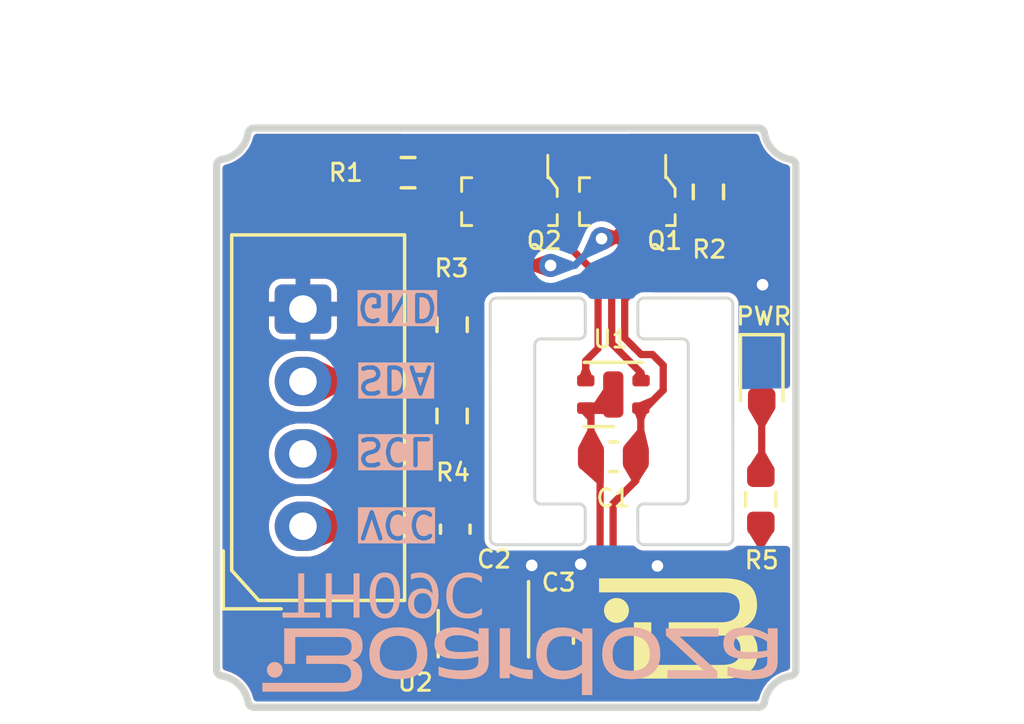
<source format=kicad_pcb>
(kicad_pcb (version 20240108) (generator "pcbnew") (generator_version "8.0")
  (layers (0 "F.Cu" signal) (31 "B.Cu" signal) (34 "B.Paste" user) (35 "F.Paste" user) (36 "B.SilkS" user "B.Silkscreen") (37 "F.SilkS" user "F.Silkscreen") (38 "B.Mask" user) (39 "F.Mask" user) (44 "Edge.Cuts" user))
  (net 0 "")
  (net 1 "+3V3")
  (net 2 "GND")
  (net 3 "VCC")
  (net 4 "SCL")
  (net 5 "Net-(Q1-S)")
  (net 6 "SDA")
  (net 7 "Net-(Q2-S)")
  (net 9 "Net-(D1-A)")
  (footprint "Package_TO_SOT_SMD:SOT-23-5" (layer "F.Cu") (at 132 101.02 -90)
    (property "Reference" "U2")
    (property "Value" "TLV73333PDBVR" (hide yes))
  )
  (footprint "TH09C:TH09C" (layer "F.Cu") (at 136.485 92.76 180)
    (property "Reference" "U1")
    (property "Value" "TH09C" (hide yes))
  )
  (footprint "Resistor_SMD:R_0603_1608Metric" (layer "F.Cu") (at 129.4 85.1)
    (property "Reference" "R1")
    (property "Value" "10K" (hide yes))
  )
  (footprint "LED_SMD:LED_0603_1608Metric" (layer "F.Cu") (at 141.61 92.18 -90)
    (property "Reference" "PWR")
    (property "Value" "LED POWER" (hide yes))
  )
  (footprint "Fiducial:Fiducial_0.5mm_Mask1mm" (layer "F.Cu") (at 141.83 85.41)
    (property "Reference" "REF**" (hide yes))
    (property "Value" "Fiducial_0.5mm_Mask1mm" (hide yes))
  )
  (footprint "Capacitor_SMD:C_0603_1608Metric" (layer "F.Cu") (at 131.03 97.41 90)
    (property "Reference" "C2")
    (property "Value" "1uF" (hide yes))
  )
  (footprint "digikey-footprints:SOT-23-3" (layer "F.Cu") (at 136.97 86.1 -90)
    (property "Reference" "Q1")
    (property "Value" "2N7002_R1_00001" (hide yes))
  )
  (footprint "Resistor_SMD:R_0603_1608Metric" (layer "F.Cu") (at 139.77 85.765 -90)
    (property "Reference" "R2")
    (property "Value" "10K" (hide yes))
  )
  (footprint "Resistor_SMD:R_0603_1608Metric" (layer "F.Cu") (at 130.92 90.35 90)
    (property "Reference" "R3")
    (property "Value" "10K" (hide yes))
  )
  (footprint "Resistor_SMD:R_0603_1608Metric" (layer "F.Cu") (at 130.92 93.5 90)
    (property "Reference" "R4")
    (property "Value" "10K" (hide yes))
  )
  (footprint "Capacitor_SMD:C_0603_1608Metric" (layer "F.Cu") (at 134.6 101.21 90)
    (property "Reference" "C3")
    (property "Value" "1uF" (hide yes))
  )
  (footprint "Fiducial:Fiducial_0.5mm_Mask1mm" (layer "F.Cu") (at 124.9 101.92)
    (property "Reference" "REF**" (hide yes))
    (property "Value" "Fiducial_0.5mm_Mask1mm" (hide yes))
  )
  (footprint "Resistor_SMD:R_0603_1608Metric" (layer "F.Cu") (at 141.58 96.38 90)
    (property "Reference" "R5")
    (property "Value" "10K" (hide yes))
  )
  (footprint "digikey-footprints:SOT-23-3" (layer "F.Cu") (at 132.9 86.1 -90)
    (property "Reference" "Q2")
    (property "Value" "2N7002_R1_00001" (hide yes))
  )
  (footprint "others:2317-04S_1x04_P2.50mm_Vertical" (layer "F.Cu") (at 125.77 97.31 90)
    (property "Reference" "J1" (hide yes))
    (property "Value" "MOLEX_CONNECTOR_1X4" (hide yes))
  )
  (footprint "Capacitor_SMD:C_0603_1608Metric" (layer "F.Cu") (at 136.49 94.91 180)
    (property "Reference" "C1")
    (property "Value" "100nF" (hide yes))
  )
  (gr_poly (pts (xy 129.124981 102.589287) (xy 129.184287 102.586612) (xy 129.241703 102.582166) (xy 129.297223 102.575957) (xy 129.350846 102.567995) (xy 129.402567 102.55829) (xy 129.452382 102.546852) (xy 129.500289 102.533688) (xy 129.546282 102.51881) (xy 129.59036 102.502226) (xy 129.632517 102.483946) (xy 129.672751 102.463979) (xy 129.711058 102.442335) (xy 129.747434 102.419024) (xy 129.781875 102.394054) (xy 129.814378 102.367435) (xy 129.84494 102.339177) (xy 129.873556 102.309288) (xy 129.900223 102.277779) (xy 129.924937 102.244659) (xy 129.947695 102.209938) (xy 129.968494 102.173624) (xy 129.987328 102.135727) (xy 130.004196 102.096258) (xy 130.019093 102.055224) (xy 130.032015 102.012636) (xy 130.042959 101.968503) (xy 130.051922 101.922834) (xy 130.058899 101.875639) (xy 130.063887 101.826928) (xy 130.066883 101.77671) (xy 130.067882 101.724993) (xy 130.066883 101.669964) (xy 130.063887 101.616504) (xy 130.058899 101.564625) (xy 130.051922 101.51434) (xy 130.042959 101.465659) (xy 130.032015 101.418594) (xy 130.019093 101.373157) (xy 130.004196 101.329359) (xy 129.987328 101.287212) (xy 129.968494 101.246728) (xy 129.947695 101.207919) (xy 129.924937 101.170795) (xy 129.900223 101.135369) (xy 129.873556 101.101652) (xy 129.84494 101.069656) (xy 129.814378 101.039392) (xy 129.781875 101.010873) (xy 129.747434 100.984109) (xy 129.711058 100.959112) (xy 129.672751 100.935895) (xy 129.632517 100.914468) (xy 129.59036 100.894843) (xy 129.546282 100.877032) (xy 129.500289 100.861046) (xy 129.452382 100.846898) (xy 129.402567 100.834598) (xy 129.350846 100.824159) (xy 129.297223 100.815592) (xy 129.241703 100.808908) (xy 129.184287 100.80412) (xy 129.063788 100.800275) (xy 129.002606 100.801249) (xy 128.943333 100.804163) (xy 128.885971 100.809003) (xy 128.830523 100.815755) (xy 128.776991 100.824404) (xy 128.725376 100.834938) (xy 128.675681 100.847343) (xy 128.627908 100.861604) (xy 128.582059 100.877709) (xy 128.538137 100.895642) (xy 128.496144 100.915391) (xy 128.456081 100.936941) (xy 128.417951 100.960278) (xy 128.381757 100.98539) (xy 128.3475 101.012262) (xy 128.315183 101.04088) (xy 128.284807 101.07123) (xy 128.256375 101.103299) (xy 128.22989 101.137073) (xy 128.205352 101.172538) (xy 128.182765 101.209681) (xy 128.162131 101.248486) (xy 128.143451 101.288941) (xy 128.126729 101.331032) (xy 128.111966 101.374746) (xy 128.099164 101.420067) (xy 128.088325 101.466982) (xy 128.079453 101.515479) (xy 128.072548 101.565542) (xy 128.067613 101.617158) (xy 128.064651 101.670313) (xy 128.063663 101.724993) (xy 128.42085 101.724993) (xy 128.421501 101.687567) (xy 128.423449 101.651195) (xy 128.426691 101.615888) (xy 128.431222 101.581653) (xy 128.437038 101.548499) (xy 128.444134 101.516436) (xy 128.452506 101.485471) (xy 128.46215 101.455614) (xy 128.473062 101.426873) (xy 128.485236 101.399257) (xy 128.498669 101.372775) (xy 128.513356 101.347435) (xy 128.529294 101.323246) (xy 128.546477 101.300216) (xy 128.564901 101.278356) (xy 128.584562 101.257673) (xy 128.605455 101.238175) (xy 128.627576 101.219873) (xy 128.650922 101.202773) (xy 128.675486 101.186886) (xy 128.701266 101.17222) (xy 128.728256 101.158783) (xy 128.756453 101.146585) (xy 128.785852 101.135634) (xy 128.816448 101.125938) (xy 128.848237 101.117507) (xy 128.881216 101.110349) (xy 128.915379 101.104473) (xy 128.950722 101.099887) (xy 128.98724 101.096601) (xy 129.024931 101.094623) (xy 129.063788 101.093962) (xy 129.102645 101.094668) (xy 129.140336 101.096776) (xy 129.176855 101.100267) (xy 129.212198 101.105124) (xy 129.246361 101.11133) (xy 129.279339 101.118867) (xy 129.311129 101.127718) (xy 129.341725 101.137866) (xy 129.371124 101.149293) (xy 129.39932 101.161981) (xy 129.426311 101.175913) (xy 129.452091 101.191072) (xy 129.476655 101.20744) (xy 129.5 101.225) (xy 129.522122 101.243734) (xy 129.543015 101.263625) (xy 129.562676 101.284656) (xy 129.5811 101.306809) (xy 129.598283 101.330066) (xy 129.61422 101.354411) (xy 129.628908 101.379825) (xy 129.642341 101.406291) (xy 129.654515 101.433792) (xy 129.665427 101.462311) (xy 129.675071 101.49183) (xy 129.683443 101.522331) (xy 129.690539 101.553797) (xy 129.696355 101.586211) (xy 129.700886 101.619555) (xy 129.704128 101.653811) (xy 129.706076 101.688963) (xy 129.706726 101.724993) (xy 129.706098 101.760852) (xy 129.704215 101.795506) (xy 129.701076 101.82896) (xy 129.69668 101.861218) (xy 129.69103 101.892283) (xy 129.684123 101.922161) (xy 129.675961 101.950857) (xy 129.666543 101.978373) (xy 129.655869 102.004715) (xy 129.643939 102.029887) (xy 129.630754 102.053894) (xy 129.616313 102.076739) (xy 129.600616 102.098427) (xy 129.583664 102.118963) (xy 129.565455 102.138351) (xy 129.545991 102.156595) (xy 129.525272 102.173699) (xy 129.503296 102.189668) (xy 129.480065 102.204507) (xy 129.455578 102.218219) (xy 129.429836 102.230809) (xy 129.402837 102.242281) (xy 129.374583 102.25264) (xy 129.345073 102.26189) (xy 129.314308 102.270036) (xy 129.282286 102.277081) (xy 129.214476 102.287889) (xy 129.141644 102.294347) (xy 129.063788 102.296493) (xy 128.985932 102.294522) (xy 128.9131 102.28854) (xy 128.878567 102.284012) (xy 128.84529 102.278441) (xy 128.813268 102.271816) (xy 128.782503 102.264123) (xy 128.752993 102.255348) (xy 128.724739 102.245478) (xy 128.697741 102.234502) (xy 128.671998 102.222404) (xy 128.647511 102.209173) (xy 128.62428 102.194795) (xy 128.602304 102.179258) (xy 128.581585 102.162547) (xy 128.562121 102.144651) (xy 128.543913 102.125556) (xy 128.52696 102.105248) (xy 128.511263 102.083715) (xy 128.496822 102.060944) (xy 128.483637 102.036922) (xy 128.471708 102.011635) (xy 128.461034 101.98507) (xy 128.451616 101.957215) (xy 128.443454 101.928056) (xy 128.436547 101.897581) (xy 128.430896 101.865775) (xy 128.426501 101.832627) (xy 128.423362 101.798122) (xy 128.421478 101.762249) (xy 128.42085 101.724993) (xy 128.063663 101.724993) (xy 128.064662 101.77636) (xy 128.067657 101.826274) (xy 128.072643 101.874722) (xy 128.079616 101.921694) (xy 128.088571 101.967178) (xy 128.099504 102.011162) (xy 128.112411 102.053634) (xy 128.127287 102.094583) (xy 128.144128 102.133997) (xy 128.16293 102.171865) (xy 128.183689 102.208175) (xy 128.206399 102.242915) (xy 128.231056 102.276074) (xy 128.257657 102.307639) (xy 128.286197 102.337601) (xy 128.316671 102.365946) (xy 128.349075 102.392663) (xy 128.383405 102.417741) (xy 128.419657 102.441168) (xy 128.457825 102.462932) (xy 128.497906 102.483022) (xy 128.539896 102.501426) (xy 128.583789 102.518132) (xy 128.629582 102.533129) (xy 128.67727 102.546406) (xy 128.726849 102.55795) (xy 128.778315 102.567749) (xy 128.831663 102.575794) (xy 128.943987 102.586568) (xy 129.063788 102.59018) (xy 129.063788 102.590181)) (fill solid) (layer "B.SilkS"))
  (gr_poly (pts (xy 135.763038 100.835993) (xy 135.421726 100.835993) (xy 135.421726 101.038399) (xy 135.39095 101.014187) (xy 135.358203 100.990735) (xy 135.323561 100.968156) (xy 135.287099 100.94656) (xy 135.248893 100.926056) (xy 135.209018 100.906756) (xy 135.167551 100.88877) (xy 135.124566 100.872208) (xy 135.080139 100.857181) (xy 135.034347 100.843799) (xy 134.987263 100.832173) (xy 134.938965 100.822413) (xy 134.889527 100.814629) (xy 134.839025 100.808933) (xy 134.787535 100.805434) (xy 134.735132 100.804243) (xy 134.680137 100.805173) (xy 134.626776 100.807957) (xy 134.575058 100.812592) (xy 134.52499 100.819072) (xy 134.476578 100.827392) (xy 134.429831 100.837546) (xy 134.384755 100.849531) (xy 134.341358 100.86334) (xy 134.299646 100.878969) (xy 134.259628 100.896413) (xy 134.22131 100.915666) (xy 134.184701 100.936723) (xy 134.149806 100.95958) (xy 134.116633 100.984231) (xy 134.08519 101.010671) (xy 134.055484 101.038895) (xy 134.027522 101.068898) (xy 134.001311 101.100675) (xy 133.976859 101.134221) (xy 133.954172 101.169531) (xy 133.933259 101.206599) (xy 133.914126 101.24542) (xy 133.896781 101.28599) (xy 133.881231 101.328304) (xy 133.867483 101.372355) (xy 133.855545 101.41814) (xy 133.845423 101.465653) (xy 133.837125 101.514889) (xy 133.830659 101.565843) (xy 133.826031 101.61851) (xy 133.823249 101.672884) (xy 133.822517 101.717055) (xy 134.187444 101.717055) (xy 134.189688 101.64736) (xy 134.196466 101.581234) (xy 134.201578 101.54955) (xy 134.207849 101.518806) (xy 134.215289 101.489018) (xy 134.223907 101.460203) (xy 134.23371 101.432376) (xy 134.244708 101.405553) (xy 134.256909 101.379751) (xy 134.270322 101.354985) (xy 134.284957 101.331271) (xy 134.300821 101.308625) (xy 134.317923 101.287064) (xy 134.336272 101.266603) (xy 134.355877 101.247258) (xy 134.376746 101.229045) (xy 134.398889 101.21198) (xy 134.422313 101.19608) (xy 134.447028 101.18136) (xy 134.473043 101.167836) (xy 134.500365 101.155524) (xy 134.529004 101.14444) (xy 134.558969 101.1346) (xy 134.590268 101.12602) (xy 134.62291 101.118717) (xy 134.656904 101.112705) (xy 134.692258 101.108002) (xy 134.728981 101.104622) (xy 134.767082 101.102583) (xy 134.806569 101.1019) (xy 134.849619 101.102911) (xy 134.892378 101.105899) (xy 134.934742 101.110795) (xy 134.976606 101.117527) (xy 135.017865 101.126026) (xy 135.058415 101.136223) (xy 135.098151 101.148048) (xy 135.136968 101.161431) (xy 135.174763 101.176302) (xy 135.211429 101.192592) (xy 135.246863 101.21023) (xy 135.280959 101.229148) (xy 135.313614 101.249274) (xy 135.344723 101.27054) (xy 135.37418 101.292876) (xy 135.401882 101.316212) (xy 135.40585 101.316212) (xy 135.40585 102.074243) (xy 135.374091 102.100284) (xy 135.341343 102.124813) (xy 135.307641 102.147808) (xy 135.273022 102.169244) (xy 135.237518 102.1891) (xy 135.201166 102.20735) (xy 135.163999 102.223973) (xy 135.126054 102.238945) (xy 135.087365 102.252243) (xy 135.047966 102.263843) (xy 135.007893 102.273722) (xy 134.967181 102.281857) (xy 134.925863 102.288225) (xy 134.883976 102.292802) (xy 134.841555 102.295566) (xy 134.798633 102.296492) (xy 134.729636 102.294519) (xy 134.664121 102.288523) (xy 134.632711 102.283981) (xy 134.602222 102.278388) (xy 134.572671 102.271732) (xy 134.544074 102.263998) (xy 134.516447 102.255171) (xy 134.489808 102.245236) (xy 134.464174 102.234179) (xy 134.43956 102.221985) (xy 134.415985 102.208641) (xy 134.393463 102.19413) (xy 134.372013 102.17844) (xy 134.351651 102.161555) (xy 134.332393 102.143461) (xy 134.314257 102.124142) (xy 134.297258 102.103586) (xy 134.281415 102.081777) (xy 134.266743 102.0587) (xy 134.253259 102.034342) (xy 134.240979 102.008687) (xy 134.229922 101.981721) (xy 134.220103 101.95343) (xy 134.211538 101.923798) (xy 134.204246 101.892812) (xy 134.198242 101.860457) (xy 134.193543 101.826719) (xy 134.190166 101.791582) (xy 134.188127 101.755032) (xy 134.187444 101.717055) (xy 133.822517 101.717055) (xy 133.82232 101.728962) (xy 133.823362 101.784868) (xy 133.826467 101.838745) (xy 133.831607 101.890608) (xy 133.838753 101.940476) (xy 133.847876 101.988364) (xy 133.858946 102.034289) (xy 133.871934 102.078268) (xy 133.886812 102.120318) (xy 133.90355 102.160455) (xy 133.92212 102.198696) (xy 133.942492 102.235057) (xy 133.964636 102.269557) (xy 133.988525 102.30221) (xy 134.014129 102.333034) (xy 134.041419 102.362046) (xy 134.070366 102.389263) (xy 134.100941 102.4147) (xy 134.133114 102.438375) (xy 134.166857 102.460304) (xy 134.202141 102.480505) (xy 134.238936 102.498994) (xy 134.277214 102.515787) (xy 134.316945 102.530901) (xy 134.3581 102.544354) (xy 134.400651 102.556161) (xy 134.444568 102.56634) (xy 134.536384 102.581879) (xy 134.633317 102.591104) (xy 134.735132 102.594149) (xy 134.787269 102.593003) (xy 134.83801 102.58963) (xy 134.887355 102.584129) (xy 134.935306 102.5766) (xy 134.981861 102.56714) (xy 135.027021 102.555849) (xy 135.070786 102.542826) (xy 135.113155 102.528169) (xy 135.15413 102.511977) (xy 135.193709 102.494349) (xy 135.231892 102.475384) (xy 135.268681 102.455181) (xy 135.304074 102.433838) (xy 135.338072 102.411455) (xy 135.370675 102.388129) (xy 135.401882 102.363961) (xy 135.401882 103.137868) (xy 135.763038 103.137868)) (fill solid) (layer "B.SilkS"))
  (gr_poly (pts (xy 124.782846 102.535891) (xy 124.76914 102.534849) (xy 124.755634 102.533132) (xy 124.742344 102.530759) (xy 124.729288 102.527746) (xy 124.716481 102.524109) (xy 124.703941 102.519866) (xy 124.691686 102.515034) (xy 124.679731 102.509629) (xy 124.668095 102.503669) (xy 124.656793 102.497171) (xy 124.645844 102.490151) (xy 124.635263 102.482627) (xy 124.625068 102.474616) (xy 124.615275 102.466133) (xy 124.605903 102.457197) (xy 124.596967 102.447825) (xy 124.588485 102.438032) (xy 124.580473 102.427837) (xy 124.572949 102.417256) (xy 124.565929 102.406307) (xy 124.559431 102.395005) (xy 124.553471 102.383369) (xy 124.548066 102.371414) (xy 124.543234 102.359159) (xy 124.538991 102.346619) (xy 124.535355 102.333813) (xy 124.532341 102.320756) (xy 124.529968 102.307466) (xy 124.528252 102.29396) (xy 124.527209 102.280254) (xy 124.526858 102.266367) (xy 124.527209 102.252479) (xy 124.528252 102.238774) (xy 124.529968 102.225268) (xy 124.532341 102.211978) (xy 124.535355 102.198921) (xy 124.538991 102.186114) (xy 124.543234 102.173575) (xy 124.548066 102.16132) (xy 124.553471 102.149365) (xy 124.559431 102.137729) (xy 124.565929 102.126427) (xy 124.572949 102.115477) (xy 124.580473 102.104897) (xy 124.588485 102.094702) (xy 124.596967 102.084909) (xy 124.605903 102.075537) (xy 124.615275 102.066601) (xy 124.625068 102.058118) (xy 124.635263 102.050107) (xy 124.645844 102.042583) (xy 124.656793 102.035563) (xy 124.668095 102.029065) (xy 124.679731 102.023105) (xy 124.691686 102.0177) (xy 124.703941 102.012868) (xy 124.716481 102.008625) (xy 124.729288 102.004989) (xy 124.742344 102.001975) (xy 124.755634 101.999602) (xy 124.76914 101.997885) (xy 124.782846 101.996843) (xy 124.796734 101.996492) (xy 124.810621 101.996843) (xy 124.824327 101.997885) (xy 124.837833 101.999602) (xy 124.851123 102.001975) (xy 124.86418 102.004989) (xy 124.876986 102.008625) (xy 124.889526 102.012868) (xy 124.901781 102.0177) (xy 124.913736 102.023105) (xy 124.925372 102.029065) (xy 124.936674 102.035563) (xy 124.947623 102.042583) (xy 124.958204 102.050107) (xy 124.968399 102.058118) (xy 124.978191 102.066601) (xy 124.987564 102.075537) (xy 124.9965 102.084909) (xy 125.004982 102.094702) (xy 125.012994 102.104897) (xy 125.020518 102.115477) (xy 125.027538 102.126427) (xy 125.034036 102.137729) (xy 125.039996 102.149365) (xy 125.0454 102.16132) (xy 125.050233 102.173575) (xy 125.054476 102.186114) (xy 125.058112 102.198921) (xy 125.061126 102.211978) (xy 125.063499 102.225268) (xy 125.065215 102.238774) (xy 125.066257 102.252479) (xy 125.066609 102.266367) (xy 125.066257 102.280254) (xy 125.065215 102.29396) (xy 125.063499 102.307466) (xy 125.061126 102.320756) (xy 125.058112 102.333813) (xy 125.054476 102.346619) (xy 125.050233 102.359159) (xy 125.0454 102.371414) (xy 125.039996 102.383369) (xy 125.034036 102.395005) (xy 125.027538 102.406307) (xy 125.020518 102.417256) (xy 125.012994 102.427837) (xy 125.004982 102.438032) (xy 124.9965 102.447825) (xy 124.987564 102.457197) (xy 124.978191 102.466133) (xy 124.968399 102.474616) (xy 124.958204 102.482627) (xy 124.947623 102.490151) (xy 124.936674 102.497171) (xy 124.925372 102.503669) (xy 124.913736 102.509629) (xy 124.901781 102.515034) (xy 124.889526 102.519866) (xy 124.876986 102.524109) (xy 124.86418 102.527746) (xy 124.851123 102.530759) (xy 124.837833 102.533132) (xy 124.824327 102.534849) (xy 124.810621 102.535891) (xy 124.796734 102.536242)) (fill solid) (layer "B.SilkS"))
  (gr_poly (pts (xy 140.077068 102.312368) (xy 138.779287 101.117774) (xy 140.120725 101.121744) (xy 140.120725 100.835993) (xy 138.303037 100.835993) (xy 138.303037 101.082056) (xy 139.59685 102.280618) (xy 138.354631 102.276649) (xy 138.354631 102.55843) (xy 140.077068 102.55843)) (fill solid) (layer "B.SilkS"))
  (gr_poly (pts (xy 141.24785 102.590179) (xy 141.364709 102.587893) (xy 141.419842 102.585028) (xy 141.472806 102.581009) (xy 141.523621 102.575829) (xy 141.57231 102.569485) (xy 141.618893 102.561971) (xy 141.663391 102.553282) (xy 141.705825 102.543412) (xy 141.746216 102.532358) (xy 141.784586 102.520113) (xy 141.820955 102.506672) (xy 141.855344 102.492031) (xy 141.887775 102.476185) (xy 141.918269 102.459127) (xy 141.946846 102.440854) (xy 141.973528 102.42136) (xy 141.998336 102.400641) (xy 142.021291 102.37869) (xy 142.042414 102.355503) (xy 142.061726 102.331075) (xy 142.079248 102.3054) (xy 142.095001 102.278474) (xy 142.109007 102.250292) (xy 142.121286 102.220848) (xy 142.131859 102.190138) (xy 142.140748 102.158156) (xy 142.147974 102.124896) (xy 142.153557 102.090356) (xy 142.157519 102.054528) (xy 142.15988 102.017408) (xy 142.160663 101.978991) (xy 142.160663 100.832022) (xy 141.81935 100.832022) (xy 141.81935 101.046336) (xy 141.7861 101.024606) (xy 141.749059 101.002718) (xy 141.70853 100.980889) (xy 141.664816 100.959334) (xy 141.618218 100.938266) (xy 141.569039 100.917902) (xy 141.517581 100.898457) (xy 141.464146 100.880145) (xy 141.409037 100.863182) (xy 141.352556 100.847782) (xy 141.295005 100.834162) (xy 141.236687 100.822536) (xy 141.177904 100.813119) (xy 141.118958 100.806126) (xy 141.060151 100.801772) (xy 141.001787 100.800274) (xy 140.936863 100.801718) (xy 140.871958 100.80625) (xy 140.807645 100.814165) (xy 140.7445 100.82576) (xy 140.713546 100.83303) (xy 140.6831 100.841332) (xy 140.653234 100.850702) (xy 140.624019 100.861177) (xy 140.595529 100.872794) (xy 140.567834 100.885591) (xy 140.541007 100.899604) (xy 140.515119 100.914871) (xy 140.490243 100.931428) (xy 140.466451 100.949314) (xy 140.443814 100.968563) (xy 140.422404 100.989215) (xy 140.402294 101.011306) (xy 140.383555 101.034872) (xy 140.366259 101.059952) (xy 140.350478 101.086582) (xy 140.336285 101.114798) (xy 140.32375 101.144639) (xy 140.312947 101.176141) (xy 140.303946 101.209342) (xy 140.29682 101.244278) (xy 140.291642 101.280986) (xy 140.288482 101.319504) (xy 140.287517 101.355898) (xy 140.652537 101.355898) (xy 140.65299 101.338679) (xy 140.654347 101.321995) (xy 140.656605 101.305847) (xy 140.659762 101.290236) (xy 140.663813 101.275163) (xy 140.668757 101.260629) (xy 140.674591 101.246633) (xy 140.681311 101.233178) (xy 140.688915 101.220263) (xy 140.697399 101.20789) (xy 140.706761 101.196058) (xy 140.716999 101.18477) (xy 140.728108 101.174025) (xy 140.740086 101.163825) (xy 140.752931 101.154169) (xy 140.766639 101.145059) (xy 140.796633 101.12848) (xy 140.830046 101.114092) (xy 140.866854 101.101902) (xy 140.907034 101.091915) (xy 140.950562 101.084138) (xy 140.997416 101.078575) (xy 141.047572 101.075233) (xy 141.101007 101.074118) (xy 141.146959 101.07513) (xy 141.193846 101.078125) (xy 141.241397 101.083039) (xy 141.289337 101.089807) (xy 141.337393 101.098365) (xy 141.385292 101.108651) (xy 141.432761 101.120599) (xy 141.479527 101.134145) (xy 141.525315 101.149227) (xy 141.569854 101.165779) (xy 141.61287 101.183738) (xy 141.65409 101.20304) (xy 141.69324 101.223622) (xy 141.730047 101.245418) (xy 141.764237 101.268365) (xy 141.795539 101.2924) (xy 141.795539 101.597993) (xy 141.733302 101.608356) (xy 141.665996 101.618395) (xy 141.594132 101.627782) (xy 141.518221 101.636192) (xy 141.438777 101.6433) (xy 141.356309 101.64878) (xy 141.271329 101.652307) (xy 141.18435 101.653555) (xy 141.117553 101.652741) (xy 141.055529 101.650206) (xy 140.998213 101.645811) (xy 140.971302 101.642873) (xy 140.945543 101.639416) (xy 140.92093 101.635425) (xy 140.897454 101.630882) (xy 140.875107 101.625769) (xy 140.853882 101.620069) (xy 140.83377 101.613764) (xy 140.814763 101.606837) (xy 140.796854 101.599271) (xy 140.780034 101.591047) (xy 140.764295 101.582149) (xy 140.74963 101.57256) (xy 140.736029 101.562261) (xy 140.723487 101.551236) (xy 140.711993 101.539466) (xy 140.701541 101.526935) (xy 140.692123 101.513625) (xy 140.683729 101.499518) (xy 140.676353 101.484597) (xy 140.669987 101.468845) (xy 140.664622 101.452244) (xy 140.66025 101.434778) (xy 140.656864 101.416427) (xy 140.654455 101.397175) (xy 140.653015 101.377005) (xy 140.652537 101.355898) (xy 140.287517 101.355898) (xy 140.287412 101.359868) (xy 140.288497 101.400153) (xy 140.291719 101.438438) (xy 140.29703 101.474771) (xy 140.30438 101.5092) (xy 140.313722 101.541771) (xy 140.325006 101.572532) (xy 140.338184 101.60153) (xy 140.353207 101.628813) (xy 140.370026 101.654427) (xy 140.388593 101.678419) (xy 140.408859 101.700838) (xy 140.430776 101.72173) (xy 140.454294 101.741142) (xy 140.479365 101.759122) (xy 140.50594 101.775716) (xy 140.533971 101.790973) (xy 140.594205 101.817662) (xy 140.659677 101.839567) (xy 140.729997 101.857065) (xy 140.804776 101.870534) (xy 140.883625 101.880352) (xy 140.966154 101.886897) (xy 141.051973 101.890547) (xy 141.140694 101.89168) (xy 141.233796 101.890052) (xy 141.325178 101.885355) (xy 141.414235 101.877867) (xy 141.500361 101.867868) (xy 141.582953 101.855636) (xy 141.661406 101.841451) (xy 141.735114 101.825592) (xy 141.803474 101.808337) (xy 141.803474 101.963118) (xy 141.801625 102.004052) (xy 141.79594 102.042051) (xy 141.786208 102.077154) (xy 141.779759 102.093633) (xy 141.77222 102.109403) (xy 141.763565 102.12447) (xy 141.753768 102.138839) (xy 141.742802 102.152514) (xy 141.730642 102.165501) (xy 141.71726 102.177805) (xy 141.702632 102.189431) (xy 141.68673 102.200384) (xy 141.669529 102.210669) (xy 141.631125 102.229256) (xy 141.587209 102.245233) (xy 141.537573 102.25864) (xy 141.482006 102.269518) (xy 141.420301 102.277908) (xy 141.352247 102.28385) (xy 141.277635 102.287386) (xy 141.196256 102.288555) (xy 141.144183 102.287868) (xy 141.092208 102.285842) (xy 141.040431 102.282538) (xy 140.988951 102.278013) (xy 140.937866 102.272326) (xy 140.887275 102.265534) (xy 140.837277 102.257695) (xy 140.787971 102.248868) (xy 140.739456 102.239111) (xy 140.69183 102.228481) (xy 140.645192 102.217038) (xy 140.599641 102.204839) (xy 140.555277 102.191943) (xy 140.512197 102.178407) (xy 140.470501 102.164289) (xy 140.430287 102.149649) (xy 140.430287 102.459212) (xy 140.466066 102.473109) (xy 140.50481 102.486489) (xy 140.546321 102.499299) (xy 140.590402 102.511488) (xy 140.685482 102.533788) (xy 140.788468 102.552973) (xy 140.897779 102.568623) (xy 141.011834 102.58032) (xy 141.129052 102.587646) (xy 141.24785 102.59018)) (fill solid) (layer "B.SilkS"))
  (gr_poly (pts (xy 127.166796 103.020975) (xy 127.245798 103.015442) (xy 127.320254 103.005979) (xy 127.390029 102.992389) (xy 127.454991 102.974474) (xy 127.485626 102.963832) (xy 127.515006 102.952035) (xy 127.543116 102.939058) (xy 127.56994 102.924876) (xy 127.595459 102.909464) (xy 127.619659 102.892798) (xy 127.642521 102.874853) (xy 127.664029 102.855605) (xy 127.684167 102.835028) (xy 127.702917 102.813098) (xy 127.720263 102.78979) (xy 127.736189 102.76508) (xy 127.750678 102.738942) (xy 127.763712 102.711352) (xy 127.775275 102.682286) (xy 127.785351 102.651718) (xy 127.793922 102.619625) (xy 127.800973 102.58598) (xy 127.806486 102.55076) (xy 127.810444 102.51394) (xy 127.812832 102.475495) (xy 127.813631 102.4354) (xy 127.81317 102.409005) (xy 127.811802 102.383392) (xy 127.80955 102.358552) (xy 127.806438 102.334476) (xy 127.802488 102.311157) (xy 127.797725 102.288584) (xy 127.792171 102.266749) (xy 127.78585 102.245645) (xy 127.778784 102.225261) (xy 127.770998 102.205589) (xy 127.762514 102.186621) (xy 127.753356 102.168347) (xy 127.743546 102.150759) (xy 127.733109 102.133849) (xy 127.710444 102.102025) (xy 127.685546 102.072806) (xy 127.658602 102.046122) (xy 127.629798 102.021902) (xy 127.599319 102.000078) (xy 127.567352 101.980579) (xy 127.534083 101.963336) (xy 127.499697 101.948278) (xy 127.464382 101.935337) (xy 127.483586 101.930884) (xy 127.502492 101.925708) (xy 127.521077 101.919808) (xy 127.539323 101.913183) (xy 127.557208 101.905832) (xy 127.574712 101.897752) (xy 127.591815 101.888943) (xy 127.608497 101.879403) (xy 127.624736 101.86913) (xy 127.640514 101.858123) (xy 127.655809 101.846381) (xy 127.670601 101.833901) (xy 127.68487 101.820684) (xy 127.698596 101.806727) (xy 127.711757 101.792028) (xy 127.724334 101.776587) (xy 127.736307 101.760402) (xy 127.747655 101.743471) (xy 127.758357 101.725793) (xy 127.768394 101.707366) (xy 127.777744 101.68819) (xy 127.786389 101.668262) (xy 127.794306 101.647582) (xy 127.801477 101.626147) (xy 127.80788 101.603956) (xy 127.813496 101.581008) (xy 127.818303 101.557301) (xy 127.822282 101.532834) (xy 127.825412 101.507606) (xy 127.827673 101.481615) (xy 127.829045 101.454859) (xy 127.829506 101.427337) (xy 127.82874 101.388977) (xy 127.826444 101.352022) (xy 127.822626 101.316462) (xy 127.81729 101.282283) (xy 127.810442 101.249474) (xy 127.802089 101.218021) (xy 127.792236 101.187912) (xy 127.780889 101.159136) (xy 127.768054 101.131679) (xy 127.753736 101.10553) (xy 127.737941 101.080675) (xy 127.720676 101.057103) (xy 127.701945 101.034802) (xy 127.681756 101.013758) (xy 127.660113 100.99396) (xy 127.637022 100.975395) (xy 127.612489 100.958051) (xy 127.586521 100.941916) (xy 127.559123 100.926976) (xy 127.5303 100.913221) (xy 127.500058 100.900637) (xy 127.468404 100.889212) (xy 127.435343 100.878934) (xy 127.400881 100.86979) (xy 127.365024 100.861768) (xy 127.327777 100.854856) (xy 127.289147 100.849041) (xy 127.249139 100.844311) (xy 127.165012 100.838056) (xy 127.075444 100.835993) (xy 125.12282 100.835993) (xy 125.12282 102.062337) (xy 125.50382 102.062337) (xy 125.50382 101.13365) (xy 127.055601 101.13365) (xy 127.101871 101.13482) (xy 127.145409 101.138363) (xy 127.18618 101.144324) (xy 127.224148 101.15275) (xy 127.242071 101.157901) (xy 127.25928 101.163687) (xy 127.275771 101.170112) (xy 127.29154 101.177182) (xy 127.306582 101.184904) (xy 127.320893 101.193282) (xy 127.334468 101.202323) (xy 127.347304 101.212033) (xy 127.359395 101.222417) (xy 127.370738 101.233481) (xy 127.381328 101.245231) (xy 127.391161 101.257674) (xy 127.400233 101.270813) (xy 127.408538 101.284656) (xy 127.416073 101.299209) (xy 127.422834 101.314476) (xy 127.428815 101.330465) (xy 127.434013 101.34718) (xy 127.438424 101.364627) (xy 127.442042 101.382813) (xy 127.444864 101.401743) (xy 127.446885 101.421423) (xy 127.4481 101.441859) (xy 127.448507 101.463057) (xy 127.448158 101.484197) (xy 127.447112 101.504467) (xy 127.445371 101.523879) (xy 127.442933 101.542447) (xy 127.439801 101.560183) (xy 127.435975 101.577102) (xy 127.431456 101.593215) (xy 127.426244 101.608536) (xy 127.420341 101.623078) (xy 127.413746 101.636854) (xy 127.406461 101.649877) (xy 127.398486 101.66216) (xy 127.389823 101.673717) (xy 127.380471 101.68456) (xy 127.370432 101.694703) (xy 127.359706 101.704158) (xy 127.348294 101.712939) (xy 127.336197 101.721058) (xy 127.323415 101.728529) (xy 127.309949 101.735365) (xy 127.2958 101.74158) (xy 127.280969 101.747185) (xy 127.265457 101.752194) (xy 127.249263 101.75662) (xy 127.232389 101.760477) (xy 127.214836 101.763777) (xy 127.177694 101.768759) (xy 127.137843 101.771672) (xy 127.095288 101.772619) (xy 125.884819 101.772619) (xy 125.884819 102.062337) (xy 127.02385 102.062337) (xy 127.068991 102.063513) (xy 127.112062 102.067089) (xy 127.152947 102.073142) (xy 127.19153 102.081747) (xy 127.209922 102.08703) (xy 127.227694 102.09298) (xy 127.244833 102.099605) (xy 127.261324 102.106916) (xy 127.277152 102.114921) (xy 127.292303 102.123631) (xy 127.306762 102.133054) (xy 127.320514 102.143201) (xy 127.333546 102.154079) (xy 127.345842 102.1657) (xy 127.357389 102.178072) (xy 127.36817 102.191205) (xy 127.378173 102.205109) (xy 127.387382 102.219792) (xy 127.395783 102.235264) (xy 127.403362 102.251535) (xy 127.410103 102.268614) (xy 127.415993 102.286511) (xy 127.421016 102.305234) (xy 127.425159 102.324794) (xy 127.428406 102.3452) (xy 127.430744 102.366461) (xy 127.432157 102.388587) (xy 127.432632 102.411587) (xy 127.432249 102.43132) (xy 127.431104 102.450337) (xy 127.429201 102.468645) (xy 127.426547 102.48625) (xy 127.423145 102.503156) (xy 127.419002 102.519372) (xy 127.414121 102.534901) (xy 127.408509 102.54975) (xy 127.40217 102.563924) (xy 127.39511 102.57743) (xy 127.387333 102.590273) (xy 127.378844 102.60246) (xy 127.369649 102.613995) (xy 127.359753 102.624885) (xy 127.349161 102.635135) (xy 127.337878 102.644751) (xy 127.325908 102.65374) (xy 127.313258 102.662107) (xy 127.299932 102.669857) (xy 127.285935 102.676998) (xy 127.271273 102.683533) (xy 127.255949 102.68947) (xy 127.239971 102.694813) (xy 127.223342 102.69957) (xy 127.206068 102.703745) (xy 127.188153 102.707344) (xy 127.169604 102.710374) (xy 127.150424 102.71284) (xy 127.110195 102.716104) (xy 127.067506 102.717181) (xy 124.368757 102.717181) (xy 124.368757 103.022775) (xy 127.083381 103.022775)) (fill solid) (layer "B.SilkS"))
  (gr_poly (pts (xy 133.703256 102.268711) (xy 133.633608 102.267754) (xy 133.567443 102.26496) (xy 133.504614 102.260444) (xy 133.444978 102.254325) (xy 133.388387 102.246717) (xy 133.334698 102.237737) (xy 133.283764 102.227501) (xy 133.23544 102.216126) (xy 133.189582 102.203727) (xy 133.146043 102.190422) (xy 133.104678 102.176326) (xy 133.065342 102.161555) (xy 133.02789 102.146227) (xy 132.992176 102.130457) (xy 132.958055 102.114361) (xy 132.925381 102.098056) (xy 132.925381 100.832024) (xy 132.564225 100.832024) (xy 132.564225 102.55843) (xy 132.905538 102.55843) (xy 132.909506 102.554462) (xy 132.909506 102.379836) (xy 132.9465 102.401775) (xy 132.984634 102.422888) (xy 133.024023 102.443094) (xy 133.064784 102.462312) (xy 133.107033 102.48046) (xy 133.150887 102.497457) (xy 133.196462 102.513222) (xy 133.243873 102.527672) (xy 133.293239 102.540728) (xy 133.344673 102.552307) (xy 133.398294 102.562327) (xy 133.454217 102.570708) (xy 133.512558 102.577369) (xy 133.573434 102.582227) (xy 133.636961 102.585202) (xy 133.703256 102.586211)) (fill solid) (layer "B.SilkS"))
  (gr_poly (pts (xy 137.165667 102.589287) (xy 137.224974 102.586612) (xy 137.282389 102.582166) (xy 137.33791 102.575957) (xy 137.391532 102.567995) (xy 137.443253 102.55829) (xy 137.493068 102.546852) (xy 137.540975 102.533688) (xy 137.586968 102.51881) (xy 137.631046 102.502226) (xy 137.673203 102.483946) (xy 137.713437 102.463979) (xy 137.751744 102.442335) (xy 137.788119 102.419024) (xy 137.822561 102.394054) (xy 137.855064 102.367435) (xy 137.885625 102.339177) (xy 137.914241 102.309288) (xy 137.940908 102.277779) (xy 137.965623 102.244659) (xy 137.988381 102.209938) (xy 138.009179 102.173624) (xy 138.028014 102.135727) (xy 138.044881 102.096258) (xy 138.059778 102.055224) (xy 138.0727 102.012636) (xy 138.083645 101.968503) (xy 138.092607 101.922834) (xy 138.099584 101.875639) (xy 138.104572 101.826928) (xy 138.107568 101.77671) (xy 138.108567 101.724993) (xy 138.107568 101.669964) (xy 138.104572 101.616504) (xy 138.099584 101.564625) (xy 138.092607 101.51434) (xy 138.083645 101.465659) (xy 138.0727 101.418594) (xy 138.059778 101.373157) (xy 138.044882 101.329359) (xy 138.028014 101.287212) (xy 138.009179 101.246728) (xy 137.988381 101.207919) (xy 137.965623 101.170795) (xy 137.940909 101.135369) (xy 137.914242 101.101652) (xy 137.885626 101.069656) (xy 137.855064 101.039392) (xy 137.822561 101.010873) (xy 137.78812 100.984109) (xy 137.751744 100.959112) (xy 137.713438 100.935895) (xy 137.673204 100.914468) (xy 137.631046 100.894843) (xy 137.586969 100.877032) (xy 137.540975 100.861046) (xy 137.493069 100.846898) (xy 137.443253 100.834598) (xy 137.391533 100.824159) (xy 137.33791 100.815592) (xy 137.282389 100.808908) (xy 137.224974 100.80412) (xy 137.104474 100.800275) (xy 137.043292 100.801249) (xy 136.984019 100.804163) (xy 136.926657 100.809003) (xy 136.871209 100.815755) (xy 136.817676 100.824404) (xy 136.766061 100.834938) (xy 136.716366 100.847343) (xy 136.668594 100.861604) (xy 136.622745 100.877709) (xy 136.578823 100.895642) (xy 136.536829 100.915391) (xy 136.496767 100.936941) (xy 136.458637 100.960278) (xy 136.422443 100.98539) (xy 136.388186 101.012262) (xy 136.355868 101.04088) (xy 136.325493 101.07123) (xy 136.297061 101.103299) (xy 136.270575 101.137073) (xy 136.246038 101.172538) (xy 136.223451 101.209681) (xy 136.202817 101.248486) (xy 136.184137 101.288941) (xy 136.167415 101.331032) (xy 136.152652 101.374746) (xy 136.13985 101.420067) (xy 136.129012 101.466982) (xy 136.120139 101.515479) (xy 136.113234 101.565542) (xy 136.1083 101.617158) (xy 136.105337 101.670313) (xy 136.104349 101.724993) (xy 136.461538 101.724993) (xy 136.462188 101.687567) (xy 136.464137 101.651195) (xy 136.467378 101.615888) (xy 136.471909 101.581653) (xy 136.477725 101.548499) (xy 136.484821 101.516436) (xy 136.493193 101.485471) (xy 136.502837 101.455614) (xy 136.513749 101.426873) (xy 136.525923 101.399257) (xy 136.539356 101.372775) (xy 136.554043 101.347435) (xy 136.569981 101.323246) (xy 136.587163 101.300216) (xy 136.605587 101.278356) (xy 136.625248 101.257673) (xy 136.646141 101.238175) (xy 136.668263 101.219873) (xy 136.691608 101.202773) (xy 136.716173 101.186886) (xy 136.741952 101.17222) (xy 136.768942 101.158783) (xy 136.797139 101.146585) (xy 136.826538 101.135634) (xy 136.857134 101.125938) (xy 136.888923 101.117507) (xy 136.921902 101.110349) (xy 136.956065 101.104473) (xy 136.991408 101.099887) (xy 137.027926 101.096601) (xy 137.065617 101.094623) (xy 137.104474 101.093962) (xy 137.143331 101.094668) (xy 137.181022 101.096776) (xy 137.217541 101.100267) (xy 137.252884 101.105124) (xy 137.287047 101.11133) (xy 137.320025 101.118867) (xy 137.351814 101.127718) (xy 137.382411 101.137866) (xy 137.411809 101.149293) (xy 137.440006 101.161981) (xy 137.466996 101.175913) (xy 137.492776 101.191072) (xy 137.517341 101.20744) (xy 137.540686 101.225) (xy 137.562807 101.243734) (xy 137.583701 101.263625) (xy 137.603362 101.284656) (xy 137.621786 101.306809) (xy 137.638969 101.330066) (xy 137.654906 101.354411) (xy 137.669593 101.379825) (xy 137.683026 101.406291) (xy 137.695201 101.433792) (xy 137.706112 101.462311) (xy 137.715756 101.49183) (xy 137.724128 101.522331) (xy 137.731225 101.553797) (xy 137.73704 101.586211) (xy 137.741571 101.619555) (xy 137.744813 101.653811) (xy 137.746761 101.688963) (xy 137.747412 101.724993) (xy 137.746784 101.760852) (xy 137.7449 101.795506) (xy 137.741761 101.82896) (xy 137.737366 101.861218) (xy 137.731715 101.892283) (xy 137.724808 101.922161) (xy 137.716646 101.950857) (xy 137.707228 101.978373) (xy 137.696554 102.004715) (xy 137.684625 102.029887) (xy 137.671439 102.053894) (xy 137.656998 102.076739) (xy 137.641302 102.098427) (xy 137.624349 102.118963) (xy 137.606141 102.138351) (xy 137.586677 102.156595) (xy 137.565957 102.173699) (xy 137.543982 102.189668) (xy 137.520751 102.204507) (xy 137.496264 102.218219) (xy 137.470521 102.230809) (xy 137.443523 102.242281) (xy 137.415269 102.25264) (xy 137.385759 102.26189) (xy 137.354993 102.270036) (xy 137.322972 102.277081) (xy 137.255162 102.287889) (xy 137.18233 102.294347) (xy 137.104474 102.296493) (xy 137.026619 102.294522) (xy 136.953786 102.28854) (xy 136.919253 102.284012) (xy 136.885976 102.278441) (xy 136.853955 102.271816) (xy 136.82319 102.264123) (xy 136.79368 102.255348) (xy 136.765426 102.245478) (xy 136.738427 102.234502) (xy 136.712685 102.222404) (xy 136.688198 102.209173) (xy 136.664967 102.194795) (xy 136.642992 102.179258) (xy 136.622272 102.162547) (xy 136.602808 102.144651) (xy 136.5846 102.125556) (xy 136.567647 102.105248) (xy 136.551951 102.083715) (xy 136.53751 102.060944) (xy 136.524325 102.036922) (xy 136.512395 102.011635) (xy 136.501721 101.98507) (xy 136.492303 101.957215) (xy 136.484141 101.928056) (xy 136.477235 101.897581) (xy 136.471584 101.865775) (xy 136.467189 101.832627) (xy 136.464049 101.798122) (xy 136.462166 101.762249) (xy 136.461538 101.724993) (xy 136.104349 101.724993) (xy 136.105348 101.77636) (xy 136.108343 101.826274) (xy 136.113329 101.874722) (xy 136.120302 101.921694) (xy 136.129257 101.967178) (xy 136.14019 102.011162) (xy 136.153097 102.053634) (xy 136.167973 102.094583) (xy 136.184815 102.133997) (xy 136.203616 102.171865) (xy 136.224375 102.208175) (xy 136.247085 102.242915) (xy 136.271742 102.276074) (xy 136.298343 102.307639) (xy 136.326883 102.337601) (xy 136.357357 102.365946) (xy 136.389761 102.392663) (xy 136.424091 102.417741) (xy 136.460343 102.441168) (xy 136.498511 102.462932) (xy 136.538592 102.483022) (xy 136.580582 102.501426) (xy 136.624475 102.518132) (xy 136.670268 102.533129) (xy 136.717956 102.546406) (xy 136.767536 102.55795) (xy 136.819001 102.567749) (xy 136.872349 102.575794) (xy 136.984673 102.586568) (xy 137.104474 102.59018) (xy 137.104474 102.590181)) (fill solid) (layer "B.SilkS"))
  (gr_poly (pts (xy 131.270413 102.590179) (xy 131.387272 102.587893) (xy 131.442405 102.585028) (xy 131.495369 102.581009) (xy 131.546184 102.575829) (xy 131.594873 102.569485) (xy 131.641456 102.561971) (xy 131.685954 102.553282) (xy 131.728388 102.543412) (xy 131.768779 102.532358) (xy 131.807149 102.520113) (xy 131.843518 102.506672) (xy 131.877907 102.492031) (xy 131.910338 102.476185) (xy 131.940832 102.459127) (xy 131.969409 102.440854) (xy 131.996091 102.42136) (xy 132.020899 102.400641) (xy 132.043854 102.37869) (xy 132.064977 102.355503) (xy 132.084289 102.331075) (xy 132.101811 102.3054) (xy 132.117564 102.278474) (xy 132.13157 102.250292) (xy 132.143849 102.220848) (xy 132.154422 102.190138) (xy 132.163311 102.158156) (xy 132.170537 102.124896) (xy 132.17612 102.090356) (xy 132.180081 102.054528) (xy 132.182443 102.017408) (xy 132.183226 101.978991) (xy 132.183226 100.832022) (xy 131.841913 100.832022) (xy 131.841913 101.046336) (xy 131.808663 101.024606) (xy 131.771623 101.002718) (xy 131.731094 100.980889) (xy 131.68738 100.959334) (xy 131.640782 100.938266) (xy 131.591603 100.917902) (xy 131.540145 100.898457) (xy 131.48671 100.880145) (xy 131.431601 100.863182) (xy 131.37512 100.847782) (xy 131.31757 100.834162) (xy 131.259251 100.822536) (xy 131.200468 100.813119) (xy 131.141522 100.806126) (xy 131.082716 100.801772) (xy 131.024351 100.800274) (xy 130.959428 100.801718) (xy 130.894522 100.80625) (xy 130.830209 100.814165) (xy 130.767065 100.82576) (xy 130.73611 100.83303) (xy 130.705664 100.841332) (xy 130.675798 100.850702) (xy 130.646583 100.861177) (xy 130.618093 100.872794) (xy 130.590398 100.885591) (xy 130.563571 100.899604) (xy 130.537683 100.914871) (xy 130.512807 100.931428) (xy 130.489015 100.949314) (xy 130.466377 100.968563) (xy 130.444968 100.989215) (xy 130.424857 101.011306) (xy 130.406118 101.034872) (xy 130.388823 101.059952) (xy 130.373042 101.086582) (xy 130.358848 101.114798) (xy 130.346314 101.144639) (xy 130.33551 101.176141) (xy 130.32651 101.209342) (xy 130.319384 101.244278) (xy 130.314205 101.280986) (xy 130.311045 101.319504) (xy 130.310081 101.355898) (xy 130.6751 101.355898) (xy 130.675553 101.338679) (xy 130.67691 101.321995) (xy 130.679168 101.305847) (xy 130.682325 101.290236) (xy 130.686376 101.275163) (xy 130.69132 101.260629) (xy 130.697154 101.246633) (xy 130.703874 101.233178) (xy 130.711478 101.220263) (xy 130.719962 101.20789) (xy 130.729324 101.196058) (xy 130.739562 101.18477) (xy 130.750671 101.174025) (xy 130.762649 101.163825) (xy 130.775494 101.154169) (xy 130.789202 101.145059) (xy 130.819196 101.12848) (xy 130.852609 101.114092) (xy 130.889417 101.101902) (xy 130.929596 101.091915) (xy 130.973125 101.084138) (xy 131.019978 101.078575) (xy 131.070134 101.075233) (xy 131.123569 101.074118) (xy 131.16952 101.07513) (xy 131.216408 101.078125) (xy 131.263958 101.083039) (xy 131.311898 101.089807) (xy 131.359955 101.098365) (xy 131.407854 101.108651) (xy 131.455323 101.120599) (xy 131.502088 101.134145) (xy 131.547877 101.149227) (xy 131.592416 101.165779) (xy 131.635432 101.183738) (xy 131.676651 101.20304) (xy 131.715801 101.223622) (xy 131.752608 101.245418) (xy 131.786798 101.268365) (xy 131.8181 101.2924) (xy 131.8181 101.597993) (xy 131.755863 101.608356) (xy 131.688558 101.618395) (xy 131.616694 101.627782) (xy 131.540784 101.636192) (xy 131.461339 101.6433) (xy 131.378871 101.64878) (xy 131.293892 101.652307) (xy 131.206913 101.653555) (xy 131.140116 101.652741) (xy 131.078091 101.650206) (xy 131.020776 101.645811) (xy 130.993864 101.642873) (xy 130.968106 101.639416) (xy 130.943493 101.635425) (xy 130.920017 101.630882) (xy 130.89767 101.625769) (xy 130.876445 101.620069) (xy 130.856333 101.613764) (xy 130.837326 101.606837) (xy 130.819416 101.599271) (xy 130.802596 101.591047) (xy 130.786858 101.582149) (xy 130.772192 101.57256) (xy 130.758592 101.562261) (xy 130.746049 101.551236) (xy 130.734556 101.539466) (xy 130.724104 101.526935) (xy 130.714685 101.513625) (xy 130.706292 101.499518) (xy 130.698916 101.484597) (xy 130.69255 101.468845) (xy 130.687185 101.452244) (xy 130.682813 101.434778) (xy 130.679427 101.416427) (xy 130.677018 101.397175) (xy 130.675578 101.377005) (xy 130.6751 101.355898) (xy 130.310081 101.355898) (xy 130.309976 101.359868) (xy 130.311061 101.400153) (xy 130.314283 101.438438) (xy 130.319593 101.474771) (xy 130.326944 101.5092) (xy 130.336286 101.541771) (xy 130.34757 101.572532) (xy 130.360747 101.60153) (xy 130.37577 101.628813) (xy 130.39259 101.654427) (xy 130.411157 101.678419) (xy 130.431423 101.700838) (xy 130.453339 101.72173) (xy 130.476857 101.741142) (xy 130.501929 101.759122) (xy 130.528504 101.775716) (xy 130.556535 101.790973) (xy 130.616769 101.817662) (xy 130.68224 101.839567) (xy 130.752561 101.857065) (xy 130.82734 101.870534) (xy 130.906189 101.880352) (xy 130.988718 101.886897) (xy 131.074537 101.890547) (xy 131.163257 101.89168) (xy 131.25636 101.890052) (xy 131.347742 101.885355) (xy 131.436799 101.877867) (xy 131.522925 101.867868) (xy 131.605517 101.855636) (xy 131.683969 101.841451) (xy 131.757678 101.825592) (xy 131.826038 101.808337) (xy 131.826038 101.963118) (xy 131.82419 102.004052) (xy 131.818504 102.042051) (xy 131.808772 102.077154) (xy 131.802323 102.093633) (xy 131.794784 102.109403) (xy 131.786129 102.12447) (xy 131.776332 102.138839) (xy 131.765366 102.152514) (xy 131.753206 102.165501) (xy 131.739824 102.177805) (xy 131.725196 102.189431) (xy 131.709294 102.200384) (xy 131.692093 102.210669) (xy 131.653688 102.229256) (xy 131.609772 102.245233) (xy 131.560136 102.25864) (xy 131.504569 102.269518) (xy 131.442864 102.277908) (xy 131.37481 102.28385) (xy 131.300198 102.287386) (xy 131.218819 102.288555) (xy 131.166746 102.287868) (xy 131.114771 102.285842) (xy 131.062994 102.282538) (xy 131.011514 102.278013) (xy 130.960429 102.272326) (xy 130.909838 102.265534) (xy 130.85984 102.257695) (xy 130.810534 102.248868) (xy 130.762019 102.239111) (xy 130.714393 102.228481) (xy 130.667755 102.217038) (xy 130.622205 102.204839) (xy 130.57784 102.191943) (xy 130.53476 102.178407) (xy 130.493064 102.164289) (xy 130.45285 102.149649) (xy 130.45285 102.459212) (xy 130.488629 102.473109) (xy 130.527373 102.486489) (xy 130.568884 102.499299) (xy 130.612965 102.511488) (xy 130.708044 102.533788) (xy 130.81103 102.552973) (xy 130.920342 102.568623) (xy 131.034397 102.58032) (xy 131.151614 102.587646) (xy 131.270413 102.59018)) (fill solid) (layer "B.SilkS"))
  (gr_poly (pts (xy 140.424745 99.111293) (xy 140.55 99.12) (xy 140.66799 99.134905) (xy 140.778512 99.156326) (xy 140.881361 99.184584) (xy 140.929844 99.201376) (xy 140.976334 99.219998) (xy 141.020803 99.24049) (xy 141.063227 99.26289) (xy 141.103581 99.28724) (xy 141.141838 99.313579) (xy 141.177974 99.341948) (xy 141.211963 99.372386) (xy 141.243779 99.404933) (xy 141.273398 99.43963) (xy 141.300793 99.476516) (xy 141.325939 99.515631) (xy 141.348811 99.557016) (xy 141.369384 99.60071) (xy 141.387631 99.646754) (xy 141.403528 99.695187) (xy 141.41705 99.74605) (xy 141.428169 99.799382) (xy 141.436862 99.855224) (xy 141.443103 99.913615) (xy 141.446866 99.974596) (xy 141.448126 100.038207) (xy 141.4474 100.079794) (xy 141.445244 100.120177) (xy 141.441694 100.159369) (xy 141.436786 100.197381) (xy 141.430555 100.234225) (xy 141.423038 100.269913) (xy 141.414269 100.304457) (xy 141.404284 100.337868) (xy 141.393119 100.370159) (xy 141.38081 100.401341) (xy 141.367391 100.431427) (xy 141.3529 100.460428) (xy 141.33737 100.488355) (xy 141.320839 100.515222) (xy 141.284912 100.565819) (xy 141.245403 100.612314) (xy 141.202599 100.654802) (xy 141.156783 100.693378) (xy 141.10824 100.728137) (xy 141.057256 100.759173) (xy 141.004115 100.786582) (xy 140.949102 100.810459) (xy 140.892501 100.830899) (xy 140.923001 100.837893) (xy 140.953014 100.84603) (xy 140.982507 100.85531) (xy 141.011451 100.865737) (xy 141.039812 100.877314) (xy 141.06756 100.890041) (xy 141.094663 100.903922) (xy 141.121089 100.91896) (xy 141.146807 100.935155) (xy 141.171786 100.952512) (xy 141.195993 100.971032) (xy 141.219398 100.990717) (xy 141.241968 101.01157) (xy 141.263673 101.033594) (xy 141.28448 101.05679) (xy 141.304358 101.081162) (xy 141.323276 101.10671) (xy 141.341202 101.133439) (xy 141.358105 101.16135) (xy 141.373952 101.190445) (xy 141.388713 101.220728) (xy 141.402356 101.252199) (xy 141.41485 101.284863) (xy 141.426162 101.31872) (xy 141.436261 101.353774) (xy 141.445116 101.390027) (xy 141.452695 101.427481) (xy 141.458967 101.466138) (xy 141.4639 101.506001) (xy 141.467463 101.547073) (xy 141.469624 101.589356) (xy 141.470351 101.632851) (xy 141.469137 101.69355) (xy 141.465502 101.752032) (xy 141.459455 101.808317) (xy 141.451006 101.862423) (xy 141.440163 101.914369) (xy 141.426937 101.964175) (xy 141.411338 102.011859) (xy 141.393374 102.057441) (xy 141.373055 102.100939) (xy 141.350391 102.142373) (xy 141.325391 102.181761) (xy 141.298064 102.219122) (xy 141.26842 102.254476) (xy 141.23647 102.287841) (xy 141.202221 102.319237) (xy 141.165683 102.348681) (xy 141.126867 102.376195) (xy 141.085782 102.401795) (xy 141.042436 102.425502) (xy 140.99684 102.447334) (xy 140.949003 102.46731) (xy 140.898935 102.48545) (xy 140.846644 102.501772) (xy 140.792141 102.516295) (xy 140.735436 102.529038) (xy 140.676536 102.540021) (xy 140.615453 102.549262) (xy 140.552195 102.55678) (xy 140.419194 102.566724) (xy 140.27761 102.570005) (xy 137.193891 102.570005) (xy 137.195744 102.570005) (xy 137.195744 100.625317) (xy 137.797671 100.625317) (xy 137.797671 102.095871) (xy 140.253534 102.095871) (xy 140.327385 102.094034) (xy 140.396806 102.088466) (xy 140.46175 102.079084) (xy 140.522172 102.065803) (xy 140.550673 102.057675) (xy 140.578025 102.04854) (xy 140.604224 102.038389) (xy 140.629264 102.02721) (xy 140.653138 102.014994) (xy 140.675841 102.001729) (xy 140.697368 101.987406) (xy 140.717711 101.972013) (xy 140.736867 101.95554) (xy 140.754829 101.937978) (xy 140.77159 101.919314) (xy 140.787147 101.899539) (xy 140.801491 101.878643) (xy 140.814619 101.856614) (xy 140.826524 101.833442) (xy 140.8372 101.809117) (xy 140.846642 101.783628) (xy 140.854843 101.756964) (xy 140.861799 101.729116) (xy 140.867502 101.700072) (xy 140.871949 101.669822) (xy 140.875132 101.638356) (xy 140.877046 101.605663) (xy 140.877685 101.571732) (xy 140.877137 101.537908) (xy 140.875494 101.505524) (xy 140.872755 101.474558) (xy 140.868921 101.444984) (xy 140.863992 101.416779) (xy 140.857969 101.389918) (xy 140.850851 101.364378) (xy 140.84264 101.340135) (xy 140.833336 101.317164) (xy 140.822939 101.295441) (xy 140.811449 101.274943) (xy 140.798867 101.255644) (xy 140.785193 101.237522) (xy 140.770427 101.220552) (xy 140.75457 101.20471) (xy 140.737622 101.189971) (xy 140.719583 101.176313) (xy 140.700454 101.16371) (xy 140.680235 101.152139) (xy 140.658926 101.141575) (xy 140.636528 101.131995) (xy 140.613041 101.123374) (xy 140.588466 101.115688) (xy 140.562802 101.108914) (xy 140.536051 101.103027) (xy 140.508211 101.098002) (xy 140.449272 101.090447) (xy 140.385986 101.086055) (xy 140.318356 101.084634) (xy 138.399598 101.084634) (xy 138.399598 100.625317) (xy 140.203526 100.625317) (xy 140.275186 100.623433) (xy 140.3435 100.61771) (xy 140.408292 100.608042) (xy 140.469387 100.594324) (xy 140.498493 100.585913) (xy 140.526608 100.576449) (xy 140.55371 100.56592) (xy 140.579778 100.554312) (xy 140.604789 100.541612) (xy 140.628721 100.527807) (xy 140.651552 100.512884) (xy 140.673261 100.496829) (xy 140.693825 100.479629) (xy 140.713221 100.461271) (xy 140.731429 100.441741) (xy 140.748426 100.421027) (xy 140.76419 100.399115) (xy 140.778698 100.375993) (xy 140.79193 100.351646) (xy 140.803862 100.326061) (xy 140.814473 100.299226) (xy 140.823741 100.271127) (xy 140.831643 100.24175) (xy 140.838158 100.211084) (xy 140.843264 100.179113) (xy 140.846938 100.145826) (xy 140.849159 100.111209) (xy 140.849904 100.075249) (xy 140.849303 100.044205) (xy 140.847504 100.014271) (xy 140.844515 99.985438) (xy 140.840343 99.957699) (xy 140.834995 99.931045) (xy 140.828478 99.905468) (xy 140.820799 99.88096) (xy 140.811965 99.857513) (xy 140.801984 99.835119) (xy 140.790862 99.813769) (xy 140.778607 99.793455) (xy 140.765225 99.774169) (xy 140.750725 99.755904) (xy 140.735112 99.738651) (xy 140.718395 99.722401) (xy 140.700579 99.707147) (xy 140.681674 99.692881) (xy 140.661684 99.679594) (xy 140.640619 99.667278) (xy 140.618484 99.655926) (xy 140.595287 99.645528) (xy 140.571034 99.636077) (xy 140.545734 99.627565) (xy 140.519394 99.619983) (xy 140.492019 99.613324) (xy 140.463618 99.60758) (xy 140.434198 99.602741) (xy 140.403765 99.5988) (xy 140.339891 99.59358) (xy 140.272054 99.591855) (xy 135.993742 99.591855) (xy 135.993742 99.108461) (xy 140.292427 99.108461)) (fill solid) (layer "F.SilkS"))
  (gr_poly (pts (xy 136.61778 99.786882) (xy 136.639601 99.788542) (xy 136.661105 99.791274) (xy 136.682265 99.795053) (xy 136.703053 99.799851) (xy 136.723443 99.805641) (xy 136.743408 99.812396) (xy 136.762921 99.82009) (xy 136.781954 99.828695) (xy 136.800481 99.838184) (xy 136.818475 99.84853) (xy 136.835909 99.859706) (xy 136.852755 99.871686) (xy 136.868987 99.884442) (xy 136.884578 99.897947) (xy 136.899501 99.912175) (xy 136.913728 99.927097) (xy 136.927233 99.942688) (xy 136.939989 99.95892) (xy 136.951969 99.975767) (xy 136.963145 99.9932) (xy 136.973491 100.011194) (xy 136.98298 100.029721) (xy 136.991585 100.048754) (xy 136.999279 100.068267) (xy 137.006034 100.088232) (xy 137.011824 100.108622) (xy 137.016622 100.12941) (xy 137.020401 100.15057) (xy 137.023133 100.172074) (xy 137.024793 100.193895) (xy 137.025352 100.216007) (xy 137.024793 100.238118) (xy 137.023133 100.259939) (xy 137.020401 100.281443) (xy 137.016622 100.302603) (xy 137.011824 100.323391) (xy 137.006034 100.343781) (xy 136.999279 100.363746) (xy 136.991585 100.383259) (xy 136.98298 100.402292) (xy 136.973491 100.420819) (xy 136.963145 100.438813) (xy 136.951969 100.456247) (xy 136.939989 100.473093) (xy 136.927233 100.489325) (xy 136.913728 100.504916) (xy 136.899501 100.519839) (xy 136.884578 100.534066) (xy 136.868987 100.547571) (xy 136.852755 100.560327) (xy 136.835909 100.572307) (xy 136.818475 100.583483) (xy 136.800481 100.593829) (xy 136.781954 100.603318) (xy 136.762921 100.611923) (xy 136.743408 100.619617) (xy 136.723443 100.626372) (xy 136.703053 100.632162) (xy 136.682265 100.63696) (xy 136.661105 100.640739) (xy 136.639601 100.643471) (xy 136.61778 100.645131) (xy 136.595668 100.64569) (xy 136.573557 100.645131) (xy 136.551736 100.643471) (xy 136.530232 100.640739) (xy 136.509072 100.63696) (xy 136.488284 100.632162) (xy 136.467894 100.626372) (xy 136.447929 100.619617) (xy 136.428416 100.611923) (xy 136.409383 100.603318) (xy 136.390856 100.593829) (xy 136.372862 100.583483) (xy 136.355429 100.572307) (xy 136.338582 100.560327) (xy 136.32235 100.547571) (xy 136.306759 100.534066) (xy 136.291837 100.519839) (xy 136.277609 100.504916) (xy 136.264104 100.489325) (xy 136.251348 100.473093) (xy 136.239368 100.456247) (xy 136.228192 100.438813) (xy 136.217846 100.420819) (xy 136.208357 100.402292) (xy 136.199752 100.383259) (xy 136.192058 100.363746) (xy 136.185303 100.343781) (xy 136.179513 100.323391) (xy 136.174715 100.302603) (xy 136.170936 100.281443) (xy 136.168204 100.259939) (xy 136.166544 100.238118) (xy 136.165985 100.216007) (xy 136.166544 100.193895) (xy 136.168204 100.172074) (xy 136.170936 100.15057) (xy 136.174715 100.12941) (xy 136.179513 100.108622) (xy 136.185303 100.088232) (xy 136.192058 100.068267) (xy 136.199752 100.048754) (xy 136.208357 100.029721) (xy 136.217846 100.011194) (xy 136.228192 99.9932) (xy 136.239368 99.975767) (xy 136.251348 99.95892) (xy 136.264104 99.942688) (xy 136.277609 99.927097) (xy 136.291837 99.912175) (xy 136.306759 99.897947) (xy 136.32235 99.884442) (xy 136.338582 99.871686) (xy 136.355429 99.859706) (xy 136.372862 99.84853) (xy 136.390856 99.838184) (xy 136.409383 99.828695) (xy 136.428416 99.82009) (xy 136.447929 99.812396) (xy 136.467894 99.805641) (xy 136.488284 99.799851) (xy 136.509072 99.795053) (xy 136.530232 99.791274) (xy 136.551736 99.788542) (xy 136.573557 99.786882) (xy 136.595668 99.786323)) (fill solid) (layer "F.SilkS"))
  (gr_line (start 137.329524 96.77762) (end 137.333808 97.713554) (stroke (width 0.1)) (layer "Edge.Cuts"))
  (gr_line (start 137.573699 97.947729) (end 140.379524 97.94762) (stroke (width 0.1)) (layer "Edge.Cuts"))
  (gr_line (start 142.789985 102.275485) (end 142.789985 84.844532) (stroke (width 0.25)) (layer "Edge.Cuts"))
  (gr_arc (start 137.329524 96.77762) (mid 137.390783 96.603179) (end 137.563699 96.537729) (stroke (width 0.1)) (layer "Edge.Cuts"))
  (gr_arc (start 142.620754 84.646913) (mid 142.012172 84.337822) (end 141.703081 83.729239) (stroke (width 0.25)) (layer "Edge.Cuts"))
  (gr_arc (start 137.33354 89.669891) (mid 137.394798 89.495446) (end 137.567715 89.43) (stroke (width 0.1)) (layer "Edge.Cuts"))
  (gr_arc (start 137.573699 97.947729) (mid 137.399255 97.886472) (end 137.333808 97.713554) (stroke (width 0.1)) (layer "Edge.Cuts"))
  (gr_line (start 139.074998 91.067729) (end 139.074957 96.299139) (stroke (width 0.1)) (layer "Edge.Cuts"))
  (gr_arc (start 140.365846 89.430831) (mid 140.5437 89.487728) (end 140.611429 89.661745) (stroke (width 0.1)) (layer "Edge.Cuts"))
  (gr_line (start 140.613699 97.707729) (end 140.611429 92.191745) (stroke (width 0.1)) (layer "Edge.Cuts"))
  (gr_line (start 135.276258 89.43) (end 132.470433 89.430109) (stroke (width 0.1)) (layer "Edge.Cuts"))
  (gr_arc (start 132.236258 89.67) (mid 132.297516 89.495555) (end 132.470433 89.430109) (stroke (width 0.1)) (layer "Edge.Cuts"))
  (gr_arc (start 138.829415 90.836815) (mid 139.007268 90.893713) (end 139.074998 91.067729) (stroke (width 0.1)) (layer "Edge.Cuts"))
  (gr_line (start 122.789985 84.844532) (end 122.789985 102.275485) (stroke (width 0.25)) (layer "Edge.Cuts"))
  (gr_line (start 140.365846 89.430831) (end 137.567715 89.43) (stroke (width 0.1)) (layer "Edge.Cuts"))
  (gr_arc (start 135.276258 89.43) (mid 135.450703 89.491258) (end 135.516149 89.664175) (stroke (width 0.1)) (layer "Edge.Cuts"))
  (gr_line (start 140.611429 92.191745) (end 140.611429 89.661745) (stroke (width 0.1)) (layer "Edge.Cuts"))
  (gr_arc (start 133.775 91.07859) (mid 133.836258 90.904145) (end 134.009175 90.838699) (stroke (width 0.1)) (layer "Edge.Cuts"))
  (gr_arc (start 135.516417 97.707838) (mid 135.455159 97.882283) (end 135.282242 97.947729) (stroke (width 0.1)) (layer "Edge.Cuts"))
  (gr_arc (start 135.520433 90.600109) (mid 135.459175 90.774554) (end 135.286258 90.84) (stroke (width 0.1)) (layer "Edge.Cuts"))
  (gr_arc (start 142.620754 84.646913) (mid 142.741894 84.714445) (end 142.789985 84.844532) (stroke (width 0.25)) (layer "Edge.Cuts"))
  (gr_arc (start 140.613699 97.707729) (mid 140.55244 97.882171) (end 140.379524 97.94762) (stroke (width 0.1)) (layer "Edge.Cuts"))
  (gr_line (start 133.774959 96.31) (end 133.775 91.07859) (stroke (width 0.1)) (layer "Edge.Cuts"))
  (gr_arc (start 141.703081 103.390778) (mid 142.012162 102.782185) (end 142.620754 102.473104) (stroke (width 0.25)) (layer "Edge.Cuts"))
  (gr_arc (start 137.57359 90.838987) (mid 137.399145 90.777729) (end 137.333699 90.604812) (stroke (width 0.1)) (layer "Edge.Cuts"))
  (gr_line (start 141.505462 83.560008) (end 124.074508 83.560008) (stroke (width 0.25)) (layer "Edge.Cuts"))
  (gr_line (start 132.236258 89.67) (end 132.238528 95.185984) (stroke (width 0.1)) (layer "Edge.Cuts"))
  (gr_arc (start 124.074508 103.560008) (mid 123.944415 103.511925) (end 123.876889 103.390778) (stroke (width 0.25)) (layer "Edge.Cuts"))
  (gr_arc (start 122.789985 84.844532) (mid 122.838074 84.714443) (end 122.959216 84.646913) (stroke (width 0.25)) (layer "Edge.Cuts"))
  (gr_line (start 135.520433 90.600109) (end 135.516149 89.664175) (stroke (width 0.1)) (layer "Edge.Cuts"))
  (gr_line (start 134.009175 90.838699) (end 135.286258 90.84) (stroke (width 0.1)) (layer "Edge.Cuts"))
  (gr_line (start 132.238528 95.185984) (end 132.238527 97.715984) (stroke (width 0.1)) (layer "Edge.Cuts"))
  (gr_arc (start 123.876889 83.729239) (mid 123.567816 84.33784) (end 122.959216 84.646913) (stroke (width 0.25)) (layer "Edge.Cuts"))
  (gr_arc (start 134.020542 96.540914) (mid 133.842689 96.484016) (end 133.774959 96.31) (stroke (width 0.1)) (layer "Edge.Cuts"))
  (gr_line (start 137.33354 89.669891) (end 137.333699 90.604812) (stroke (width 0.1)) (layer "Edge.Cuts"))
  (gr_arc (start 123.876889 83.729239) (mid 123.944418 83.608096) (end 124.074508 83.560008) (stroke (width 0.25)) (layer "Edge.Cuts"))
  (gr_arc (start 141.703081 103.390778) (mid 141.635561 103.511931) (end 141.505462 103.560008) (stroke (width 0.25)) (layer "Edge.Cuts"))
  (gr_line (start 132.484111 97.946898) (end 135.282242 97.947729) (stroke (width 0.1)) (layer "Edge.Cuts"))
  (gr_line (start 137.57359 90.838987) (end 138.829415 90.836815) (stroke (width 0.1)) (layer "Edge.Cuts"))
  (gr_arc (start 122.959216 102.473104) (mid 122.838059 102.405587) (end 122.789985 102.275485) (stroke (width 0.25)) (layer "Edge.Cuts"))
  (gr_arc (start 139.074957 96.299139) (mid 139.013699 96.473584) (end 138.840782 96.53903) (stroke (width 0.1)) (layer "Edge.Cuts"))
  (gr_arc (start 132.484111 97.946898) (mid 132.306257 97.89) (end 132.238527 97.715984) (stroke (width 0.1)) (layer "Edge.Cuts"))
  (gr_arc (start 141.505462 83.560008) (mid 141.63555 83.608099) (end 141.703081 83.729239) (stroke (width 0.25)) (layer "Edge.Cuts"))
  (gr_arc (start 122.959216 102.473104) (mid 123.567807 102.782186) (end 123.876889 103.390778) (stroke (width 0.25)) (layer "Edge.Cuts"))
  (gr_line (start 135.276367 96.538742) (end 134.020542 96.540914) (stroke (width 0.1)) (layer "Edge.Cuts"))
  (gr_line (start 124.074508 103.560008) (end 141.505462 103.560008) (stroke (width 0.25)) (layer "Edge.Cuts"))
  (gr_line (start 135.516417 97.707838) (end 135.516258 96.772917) (stroke (width 0.1)) (layer "Edge.Cuts"))
  (gr_arc (start 142.789985 102.275485) (mid 142.7419 102.405578) (end 142.620754 102.473104) (stroke (width 0.25)) (layer "Edge.Cuts"))
  (gr_arc (start 135.276367 96.538742) (mid 135.450812 96.6) (end 135.516258 96.772917) (stroke (width 0.1)) (layer "Edge.Cuts"))
  (gr_line (start 138.840782 96.53903) (end 137.563699 96.537729) (stroke (width 0.1)) (layer "Edge.Cuts"))
  (gr_text "TH09C" (at 125.07 98.68 180) (layer "B.SilkS") (effects (font (size 1.5 1.5)) (justify left bottom mirror)))
  (gr_text "GND" (at 127.56 89.21 180) (layer "B.SilkS" knockout) (effects (font (size 0.9 0.9) (thickness 0.15) (bold yes)) (justify left bottom mirror)))
  (gr_text "SCL" (at 127.585 94.185 180) (layer "B.SilkS" knockout) (effects (font (size 0.9 0.9) (thickness 0.15) (bold yes)) (justify left bottom mirror)))
  (gr_text "SDA" (at 127.585 91.71 180) (layer "B.SilkS" knockout) (effects (font (size 0.9 0.9) (thickness 0.15) (bold yes)) (justify left bottom mirror)))
  (gr_text "VCC" (at 127.66 96.71 180) (layer "B.SilkS" knockout) (effects (font (size 0.9 0.9) (thickness 0.15) (bold yes)) (justify left bottom mirror)))
  (segment (start 134.285 84.02) (end 134.6 84.02) (width 0.25) (layer "F.Cu") (net 1))
  (segment (start 138.21 92.61) (end 138.21 91.75) (width 0.25) (layer "F.Cu") (net 1))
  (segment (start 136.48 96.52) (end 137.265 95.735) (width 0.25) (layer "F.Cu") (net 1))
  (segment (start 140.86 85.93) (end 139.98 85.05) (width 0.25) (layer "F.Cu") (net 1))
  (segment (start 134.6 84.02) (end 133.06 84.02) (width 0.25) (layer "F.Cu") (net 1))
  (segment (start 133.775 84.01) (end 133.05 84.01) (width 0.25) (layer "F.Cu") (net 1))
  (segment (start 133.85 85.05) (end 133.85 84.455) (width 0.25) (layer "F.Cu") (net 1))
  (segment (start 133.775 84.01) (end 129.665 84.01) (width 0.25) (layer "F.Cu") (net 1))
  (segment (start 133.06 84.02) (end 133.05 84.01) (width 0.25) (layer "F.Cu") (net 1))
  (segment (start 137.435 93.23) (end 137.435 94.815) (width 0.25) (layer "F.Cu") (net 1))
  (segment (start 137.84 91.38) (end 137.446042 91.38) (width 0.25) (layer "F.Cu") (net 1))
  (segment (start 137.208021 91.141979) (end 136.88 90.813958) (width 0.25) (layer "F.Cu") (net 1))
  (segment (start 138.81 87.55) (end 140.34 87.55) (width 0.25) (layer "F.Cu") (net 1))
  (segment (start 140.86 87.03) (end 140.86 85.93) (width 0.25) (layer "F.Cu") (net 1))
  (segment (start 133.85 84.085) (end 133.84 84.075) (width 0.25) (layer "F.Cu") (net 1))
  (segment (start 134.6 84.02) (end 136.56 84.02) (width 0.25) (layer "F.Cu") (net 1))
  (segment (start 137.435 93.23) (end 137.59 93.23) (width 0.25) (layer "F.Cu") (net 1))
  (segment (start 132.95 102.1575) (end 134.4275 102.1575) (width 0.25) (layer "F.Cu") (net 1))
  (segment (start 139.98 85.05) (end 137.92 85.05) (width 0.25) (layer "F.Cu") (net 1))
  (segment (start 133.85 84.455) (end 134.23 84.075) (width 0.25) (layer "F.Cu") (net 1))
  (segment (start 137.446042 91.38) (end 137.208021 91.141979) (width 0.25) (layer "F.Cu") (net 1))
  (segment (start 133.84 84.075) (end 133.775 84.01) (width 0.25) (layer "F.Cu") (net 1))
  (segment (start 136.48 100.77) (end 136.48 96.52) (width 0.25) (layer "F.Cu") (net 1))
  (segment (start 129.665 84.01) (end 128.575 85.1) (width 0.25) (layer "F.Cu") (net 1))
  (segment (start 136.88 89.48) (end 138.81 87.55) (width 0.25) (layer "F.Cu") (net 1))
  (segment (start 137.26 94.99) (end 137.26 95.15) (width 0.25) (layer "F.Cu") (net 1))
  (segment (start 137.59 85.05) (end 137.92 85.05) (width 0.25) (layer "F.Cu") (net 1))
  (segment (start 140.34 87.55) (end 140.86 87.03) (width 0.25) (layer "F.Cu") (net 1))
  (segment (start 134.6 101.985) (end 135.265 101.985) (width 0.25) (layer "F.Cu") (net 1))
  (segment (start 141.58 97.205) (end 141.58 98.97) (width 0.25) (layer "F.Cu") (net 1))
  (segment (start 137.265 95.735) (end 137.265 94.87) (width 0.25) (layer "F.Cu") (net 1))
  (segment (start 137.208021 91.141979) (end 137.05 90.983959) (width 0.25) (layer "F.Cu") (net 1))
  (segment (start 139.78 100.77) (end 136.48 100.77) (width 0.25) (layer "F.Cu") (net 1))
  (segment (start 141.58 98.97) (end 139.78 100.77) (width 0.25) (layer "F.Cu") (net 1))
  (segment (start 135.265 101.985) (end 136.48 100.77) (width 0.25) (layer "F.Cu") (net 1))
  (segment (start 134.4275 102.1575) (end 134.6 101.985) (width 0.25) (layer "F.Cu") (net 1))
  (segment (start 133.84 84.075) (end 134.23 84.075) (width 0.25) (layer "F.Cu") (net 1))
  (segment (start 133.85 85.05) (end 133.85 84.085) (width 0.25) (layer "F.Cu") (net 1))
  (segment (start 137.59 93.23) (end 138.21 92.61) (width 0.25) (layer "F.Cu") (net 1))
  (segment (start 134.23 84.075) (end 134.285 84.02) (width 0.25) (layer "F.Cu") (net 1))
  (segment (start 136.56 84.02) (end 137.59 85.05) (width 0.25) (layer "F.Cu") (net 1))
  (segment (start 138.21 91.75) (end 137.84 91.38) (width 0.25) (layer "F.Cu") (net 1))
  (segment (start 137.435 94.815) (end 137.26 94.99) (width 0.25) (layer "F.Cu") (net 1))
  (segment (start 133.05 84.01) (end 129.665 84.01) (width 0.25) (layer "F.Cu") (net 1))
  (segment (start 136.88 90.813958) (end 136.88 89.48) (width 0.25) (layer "F.Cu") (net 1))
  (segment (start 135.715 94.91) (end 135.715 93.41) (width 0.25) (layer "F.Cu") (net 2))
  (segment (start 136.03 98.94) (end 134.6 100.37) (width 0.25) (layer "F.Cu") (net 2))
  (segment (start 141.61 89) (end 141.64 88.97) (width 0.25) (layer "F.Cu") (net 2))
  (segment (start 135.715 94.91) (end 136.03 95.225) (width 0.25) (layer "F.Cu") (net 2))
  (segment (start 141.61 91.3925) (end 141.61 89) (width 0.25) (layer "F.Cu") (net 2))
  (segment (start 135.535 93.23) (end 136.015 93.23) (width 0.4) (layer "F.Cu") (net 2))
  (segment (start 134.6 100.37) (end 134.6 100.435) (width 0.25) (layer "F.Cu") (net 2))
  (segment (start 136.015 93.23) (end 136.485 92.76) (width 0.4) (layer "F.Cu") (net 2))
  (segment (start 136.03 95.225) (end 136.03 98.94) (width 0.25) (layer "F.Cu") (net 2))
  (segment (start 135.715 93.41) (end 135.535 93.23) (width 0.25) (layer "F.Cu") (net 2))
  (via (at 141.64 88.97) (size 0.8) (drill 0.4) (layers "F.Cu" "B.Cu") (net 2))
  (via (at 138.01 98.68) (size 0.8) (drill 0.4) (layers "F.Cu" "B.Cu") (net 2))
  (via (at 135.36 98.62) (size 0.8) (drill 0.4) (layers "F.Cu" "B.Cu") (net 2))
  (via (at 133.67 98.66) (size 0.8) (drill 0.4) (layers "F.Cu" "B.Cu") (net 2))
  (segment (start 125.78 97.3) (end 125.77 97.31) (width 0.4) (layer "F.Cu") (net 3))
  (segment (start 129.92 97.69) (end 129.53 97.3) (width 0.4) (layer "F.Cu") (net 3))
  (segment (start 129.53 97.3) (end 129.53 97.29) (width 0.4) (layer "F.Cu") (net 3))
  (segment (start 131.837796 93.407204) (end 130.92 94.325) (width 0.4) (layer "F.Cu") (net 3))
  (segment (start 130.92 91.175) (end 131.837323 92.092323) (width 0.4) (layer "F.Cu") (net 3))
  (segment (start 131.03 98.185) (end 130.415 98.185) (width 0.4) (layer "F.Cu") (net 3))
  (segment (start 131.49 101.08) (end 132.48 101.08) (width 0.4) (layer "F.Cu") (net 3))
  (segment (start 132.95 100.61) (end 132.95 99.8825) (width 0.4) (layer "F.Cu") (net 3))
  (segment (start 131.837323 92.092323) (end 131.837323 92.258795) (width 0.4) (layer "F.Cu") (net 3))
  (segment (start 129.82 97.3) (end 129.92 97.2) (width 0.4) (layer "F.Cu") (net 3))
  (segment (start 132.48 101.08) (end 132.95 100.61) (width 0.4) (layer "F.Cu") (net 3))
  (segment (start 129.92 97.69) (end 129.92 97.2) (width 0.4) (layer "F.Cu") (net 3))
  (segment (start 131.05 99.8825) (end 131.05 100.64) (width 0.4) (layer "F.Cu") (net 3))
  (segment (start 129.53 97.29) (end 129.92 96.9) (width 0.4) (layer "F.Cu") (net 3))
  (segment (start 131.837323 92.258795) (end 131.837796 93.407204) (width 0.4) (layer "F.Cu") (net 3))
  (segment (start 129.3 97.3) (end 125.78 97.3) (width 0.4) (layer "F.Cu") (net 3))
  (segment (start 129.53 97.3) (end 129.3 97.3) (width 0.4) (layer "F.Cu") (net 3))
  (segment (start 131.05 100.64) (end 131.49 101.08) (width 0.4) (layer "F.Cu") (net 3))
  (segment (start 130.465 94.78) (end 130.92 94.325) (width 0.4) (layer "F.Cu") (net 3))
  (segment (start 129.92 95.325) (end 130.465 94.78) (width 0.4) (layer "F.Cu") (net 3))
  (segment (start 131.03 98.185) (end 131.03 99.8625) (width 0.4) (layer "F.Cu") (net 3))
  (segment (start 129.3 97.3) (end 129.82 97.3) (width 0.4) (layer "F.Cu") (net 3))
  (segment (start 131.03 99.8625) (end 131.05 99.8825) (width 0.4) (layer "F.Cu") (net 3))
  (segment (start 130.415 98.185) (end 129.92 97.69) (width 0.4) (layer "F.Cu") (net 3))
  (segment (start 129.92 97.2) (end 129.92 96.9) (width 0.4) (layer "F.Cu") (net 3))
  (segment (start 129.92 96.9) (end 129.92 95.325) (width 0.4) (layer "F.Cu") (net 3))
  (segment (start 131.831231 88.968769) (end 131.831231 90.018769) (width 0.25) (layer "F.Cu") (net 4))
  (segment (start 131.831231 90.018769) (end 131.49 90.36) (width 0.25) (layer "F.Cu") (net 4))
  (segment (start 132.495201 88.304799) (end 131.831231 88.968769) (width 0.25) (layer "F.Cu") (net 4))
  (segment (start 126.19 94.81) (end 125.77 94.81) (width 0.4) (layer "F.Cu") (net 4))
  (segment (start 130.34 90.36) (end 129.99 90.71) (width 0.25) (layer "F.Cu") (net 4))
  (segment (start 131.49 90.36) (end 130.34 90.36) (width 0.25) (layer "F.Cu") (net 4))
  (segment (start 134.625201 88.304799) (end 134.32 88.304799) (width 0.25) (layer "F.Cu") (net 4))
  (segment (start 136.08 87.38) (end 136.74 87.38) (width 0.25) (layer "F.Cu") (net 4))
  (segment (start 128.785 94.81) (end 125.77 94.81) (width 0.25) (layer "F.Cu") (net 4))
  (segment (start 134.32 88.304799) (end 132.495201 88.304799) (width 0.25) (layer "F.Cu") (net 4))
  (segment (start 130.92 92.675) (end 128.785 94.81) (width 0.25) (layer "F.Cu") (net 4))
  (segment (start 129.99 91.81) (end 130.855 92.675) (width 0.25) (layer "F.Cu") (net 4))
  (segment (start 130.855 92.675) (end 130.92 92.675) (width 0.25) (layer "F.Cu") (net 4))
  (segment (start 134.63 88.3) (end 134.625201 88.304799) (width 0.25) (layer "F.Cu") (net 4))
  (segment (start 136.74 87.38) (end 136.97 87.15) (width 0.25) (layer "F.Cu") (net 4))
  (segment (start 129.99 90.71) (end 129.99 91.81) (width 0.25) (layer "F.Cu") (net 4))
  (via (at 134.32 88.304799) (size 0.8) (drill 0.4) (layers "F.Cu" "B.Cu") (net 4))
  (via (at 136.08 87.38) (size 0.8) (drill 0.4) (layers "F.Cu" "B.Cu") (net 4))
  (segment (start 135.155201 88.304799) (end 136.08 87.38) (width 0.25) (layer "B.Cu") (net 4))
  (segment (start 134.32 88.304799) (end 135.155201 88.304799) (width 0.25) (layer "B.Cu") (net 4))
  (segment (start 138.236802 87.486802) (end 137.201802 88.521802) (width 0.25) (layer "F.Cu") (net 5))
  (segment (start 137.961802 87.39) (end 137.961802 86.546802) (width 0.25) (layer "F.Cu") (net 5))
  (segment (start 137.961802 86.546802) (end 136.465 85.05) (width 0.25) (layer "F.Cu") (net 5))
  (segment (start 139.77 86.59) (end 139.133604 86.59) (width 0.25) (layer "F.Cu") (net 5))
  (segment (start 136.465 85.05) (end 136.02 85.05) (width 0.25) (layer "F.Cu") (net 5))
  (segment (start 137.961802 87.761802) (end 137.83 87.893604) (width 0.25) (layer "F.Cu") (net 5))
  (segment (start 137.961802 87.621802) (end 137.961802 87.39) (width 0.25) (layer "F.Cu") (net 5))
  (segment (start 136.43 89.293604) (end 137.201802 88.521802) (width 0.25) (layer "F.Cu") (net 5))
  (segment (start 137.445 92.28) (end 137.445 92.015) (width 0.25) (layer "F.Cu") (net 5))
  (segment (start 138.14 87.39) (end 138.333604 87.39) (width 0.25) (layer "F.Cu") (net 5))
  (segment (start 138.486802 87.236802) (end 137.83 87.893604) (width 0.25) (layer "F.Cu") (net 5))
  (segment (start 139.133604 86.59) (end 138.486802 87.236802) (width 0.25) (layer "F.Cu") (net 5))
  (segment (start 137.445 92.015) (end 136.43 91) (width 0.25) (layer "F.Cu") (net 5))
  (segment (start 138.486802 87.236802) (end 138.236802 87.486802) (width 0.25) (layer "F.Cu") (net 5))
  (segment (start 136.43 91) (end 136.43 89.293604) (width 0.25) (layer "F.Cu") (net 5))
  (segment (start 137.961802 87.39) (end 137.961802 87.761802) (width 0.25) (layer "F.Cu") (net 5))
  (segment (start 138.333604 87.39) (end 138.486802 87.236802) (width 0.25) (layer "F.Cu") (net 5))
  (segment (start 137.961802 87.39) (end 138.14 87.39) (width 0.25) (layer "F.Cu") (net 5))
  (segment (start 138.14 87.39) (end 138.236802 87.486802) (width 0.25) (layer "F.Cu") (net 5))
  (segment (start 130.275 89.525) (end 127.49 92.31) (width 0.25) (layer "F.Cu") (net 6))
  (segment (start 130.955 88.325) (end 132.13 87.15) (width 0.25) (layer "F.Cu") (net 6))
  (segment (start 126 92.28) (end 126.17 92.28) (width 0.25) (layer "F.Cu") (net 6))
  (segment (start 130.92 89.525) (end 130.275 89.525) (width 0.25) (layer "F.Cu") (net 6))
  (segment (start 132.5 87.15) (end 132.9 87.15) (width 0.25) (layer "F.Cu") (net 6))
  (segment (start 132.31 87.15) (end 132.5 87.15) (width 0.25) (layer "F.Cu") (net 6))
  (segment (start 127.49 92.31) (end 125.77 92.31) (width 0.25) (layer "F.Cu") (net 6))
  (segment (start 130.92 89.525) (end 130.92 88.36) (width 0.25) (layer "F.Cu") (net 6))
  (segment (start 132.13 87.15) (end 132.5 87.15) (width 0.25) (layer "F.Cu") (net 6))
  (segment (start 130.92 88.36) (end 130.955 88.325) (width 0.25) (layer "F.Cu") (net 6))
  (segment (start 132.35 85.05) (end 131.95 85.05) (width 0.25) (layer "F.Cu") (net 7))
  (segment (start 130.275 85.05) (end 130.225 85.1) (width 0.25) (layer "F.Cu") (net 7))
  (segment (start 135.535 91.595) (end 135.96 91.17) (width 0.25) (layer "F.Cu") (net 7))
  (segment (start 135.535 92.28) (end 135.535 91.725) (width 0.25) (layer "F.Cu") (net 7))
  (segment (start 135.96 88.66) (end 132.35 85.05) (width 0.25) (layer "F.Cu") (net 7))
  (segment (start 135.96 91.17) (end 135.96 88.66) (width 0.25) (layer "F.Cu") (net 7))
  (segment (start 131.95 85.05) (end 130.275 85.05) (width 0.25) (layer "F.Cu") (net 7))
  (segment (start 135.535 92.28) (end 135.535 91.595) (width 0.25) (layer "F.Cu") (net 7))
  (segment (start 141.61 95.525) (end 141.58 95.555) (width 0.25) (layer "F.Cu") (net 9))
  (segment (start 141.61 92.9675) (end 141.61 95.525) (width 0.25) (layer "F.Cu") (net 9))
  (zone (net 2) (net_name "GND") (layers "F&B.Cu") (connect_pads (clearance 0.2)) (min_thickness 0.25) (fill yes (thermal_gap 0.5) (thermal_bridge_width 0.5))
    (polygon (pts (xy 122.79 84.75) (xy 123.41 84.52) (xy 123.83 84.06) (xy 123.99 83.51) (xy 126.43 83.56) (xy 141.54 83.59) (xy 141.88 84.14) (xy 142.41 84.57) (xy 142.75 84.77) (xy 142.8 92.54) (xy 140.66 92.58) (xy 140.56 89.44) (xy 132.25 89.48) (xy 132.22 97.96) (xy 142.8 97.99) (xy 142.78 102.26) (xy 142.59 102.52) (xy 142.03 102.73) (xy 141.77 103.22) (xy 141.67 103.51) (xy 141.18 103.56) (xy 124.08 103.59) (xy 123.81 103.29) (xy 123.58 102.79) (xy 122.94 102.47) (xy 122.79 102.12) (xy 122.8 85.33)))
  )
)
</source>
